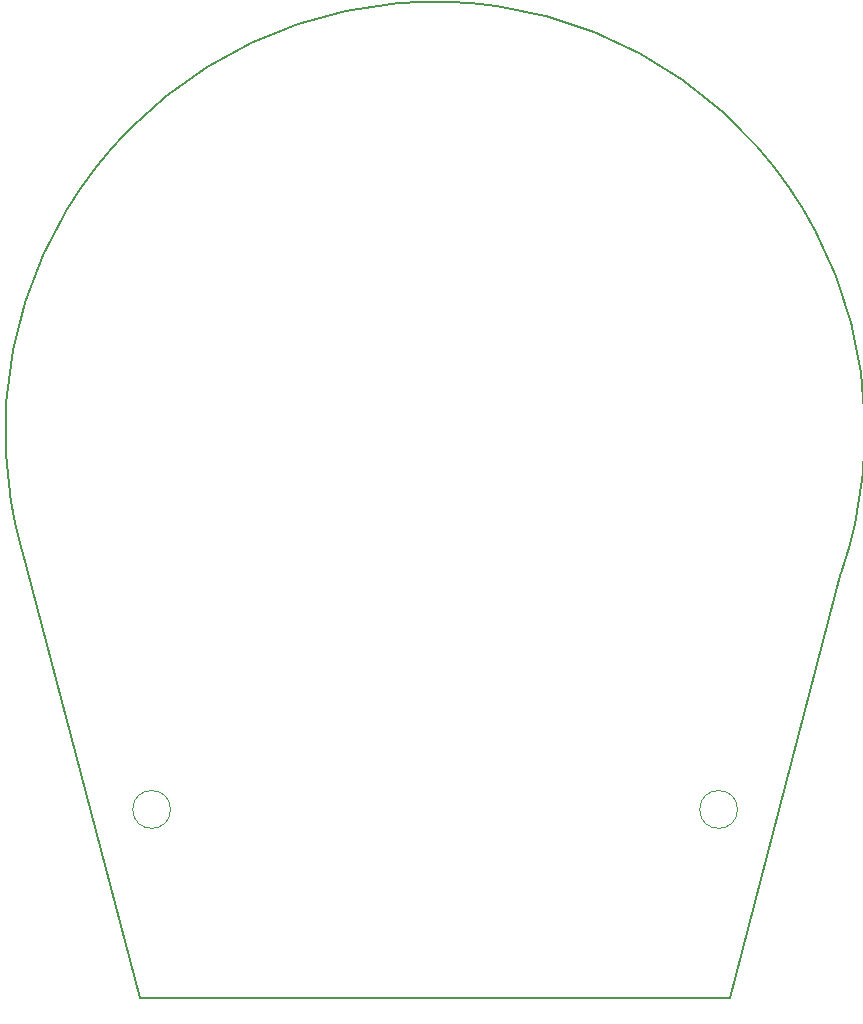
<source format=gm1>
%TF.GenerationSoftware,KiCad,Pcbnew,9.0.1*%
%TF.CreationDate,2025-07-21T02:07:33-04:00*%
%TF.ProjectId,EMP_Cyclone_SAO_v1,454d505f-4379-4636-9c6f-6e655f53414f,rev?*%
%TF.SameCoordinates,Original*%
%TF.FileFunction,Profile,NP*%
%FSLAX46Y46*%
G04 Gerber Fmt 4.6, Leading zero omitted, Abs format (unit mm)*
G04 Created by KiCad (PCBNEW 9.0.1) date 2025-07-21 02:07:33*
%MOMM*%
%LPD*%
G01*
G04 APERTURE LIST*
%TA.AperFunction,Profile*%
%ADD10C,0.200000*%
%TD*%
%TA.AperFunction,Profile*%
%ADD11C,0.050000*%
%TD*%
G04 APERTURE END LIST*
D10*
X75000000Y-148000000D02*
X125000000Y-148000000D01*
D11*
X125600000Y-132000000D02*
G75*
G02*
X122400000Y-132000000I-1600000J0D01*
G01*
X122400000Y-132000000D02*
G75*
G02*
X125600000Y-132000000I1600000J0D01*
G01*
D10*
X75000000Y-148000000D02*
X65000001Y-110000000D01*
X65000000Y-110000000D02*
G75*
G02*
X134406086Y-111883655I35000000J10000000D01*
G01*
X134406086Y-111883653D02*
X125000000Y-148000000D01*
D11*
X77600000Y-132000000D02*
G75*
G02*
X74400000Y-132000000I-1600000J0D01*
G01*
X74400000Y-132000000D02*
G75*
G02*
X77600000Y-132000000I1600000J0D01*
G01*
M02*

</source>
